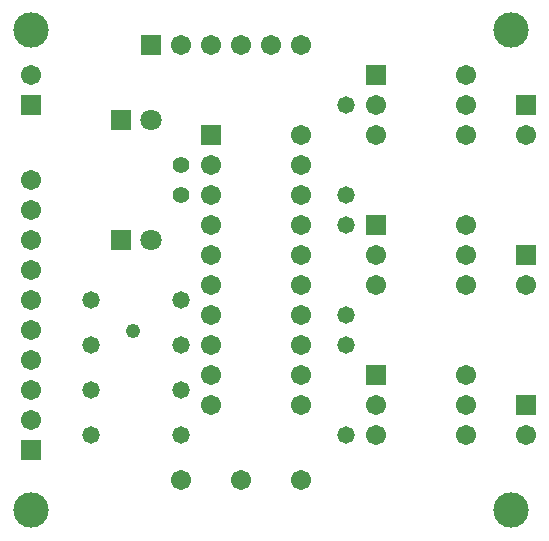
<source format=gbs>
G04 DipTrace 2.1.9.2*
%INBottomMask.gbr*%
%MOIN*%
%ADD10C,0.0098*%
%ADD11C,0.006*%
%ADD12C,0.003*%
%ADD13C,0.013*%
%ADD14R,0.0591X0.0591*%
%ADD15C,0.0591*%
%ADD16C,0.063*%
%ADD17R,0.063X0.063*%
%ADD18C,0.05*%
%ADD19C,0.05*%
%ADD20C,0.0591*%
%ADD21C,0.048*%
%ADD22C,0.04*%
%ADD23C,0.0191*%
%ADD24C,0.118*%
%ADD25C,0.0354*%
%ADD26C,0.0394*%
%ADD27C,0.022*%
%ADD28C,0.032*%
%ADD29C,0.008*%
%ADD30C,0.048*%
%ADD31C,0.056*%
%ADD32C,0.04*%
%ADD33C,0.0671*%
%ADD34C,0.0511*%
%ADD35C,0.058*%
%ADD36C,0.042*%
%ADD37C,0.058*%
%ADD38C,0.042*%
%ADD39R,0.071X0.071*%
%ADD40R,0.055X0.055*%
%ADD41C,0.071*%
%ADD42C,0.055*%
%ADD43C,0.0671*%
%ADD44C,0.0511*%
%ADD45R,0.0671X0.0671*%
%ADD46R,0.0511X0.0511*%
%ADD47C,0.0077*%
%ADD48C,0.0124*%
%ADD49C,0.0093*%
%FSLAX44Y44*%
%SFA1B1*%
%OFA0B0*%
G04*
G70*
G90*
G75*
G01*
%LNBotMask*%
%LPD*%
D30*
X8837Y11430D3*
D45*
X5440Y18940D3*
D43*
Y19940D3*
D41*
X9440Y14440D3*
D39*
X8440D3*
D41*
X9440Y18440D3*
D39*
X8440D3*
D24*
X5440Y21440D3*
Y5440D3*
X21440D3*
Y21440D3*
D37*
X15940Y18940D3*
D35*
Y15940D3*
D37*
Y11940D3*
D35*
Y14940D3*
D37*
Y7940D3*
D35*
Y10940D3*
D37*
X7440Y7940D3*
D35*
X10440D3*
D37*
Y10940D3*
D35*
X7440D3*
D37*
X10440Y9440D3*
D35*
X7440D3*
D37*
Y12440D3*
D35*
X10440D3*
D33*
Y6440D3*
X12440D3*
X14440D3*
D45*
X11440Y17940D3*
D43*
Y16940D3*
Y15940D3*
Y14940D3*
Y13940D3*
Y12940D3*
Y11940D3*
Y10940D3*
Y9940D3*
Y8940D3*
X14432Y17940D3*
Y16940D3*
Y15940D3*
Y14940D3*
Y13940D3*
Y12940D3*
Y11940D3*
Y10940D3*
Y9940D3*
Y8940D3*
D45*
X9440Y20940D3*
D43*
X10440D3*
X11440D3*
X12440D3*
X13440D3*
X14440D3*
D45*
X21940Y18940D3*
D43*
Y17940D3*
D45*
Y13940D3*
D43*
Y12940D3*
D45*
Y8940D3*
D43*
Y7940D3*
D45*
X5440Y7440D3*
D43*
Y8440D3*
Y9440D3*
Y10440D3*
Y11440D3*
Y12440D3*
Y13440D3*
Y14440D3*
Y15440D3*
Y16440D3*
D45*
X16940Y19940D3*
D43*
Y18940D3*
Y17940D3*
X19940D3*
Y18940D3*
Y19940D3*
D45*
X16940Y14940D3*
D43*
Y13940D3*
Y12940D3*
X19940D3*
Y13940D3*
Y14940D3*
D45*
X16940Y9940D3*
D43*
Y8940D3*
Y7940D3*
X19940D3*
Y8940D3*
Y9940D3*
D31*
X10440Y15940D3*
Y16940D3*
M02*

</source>
